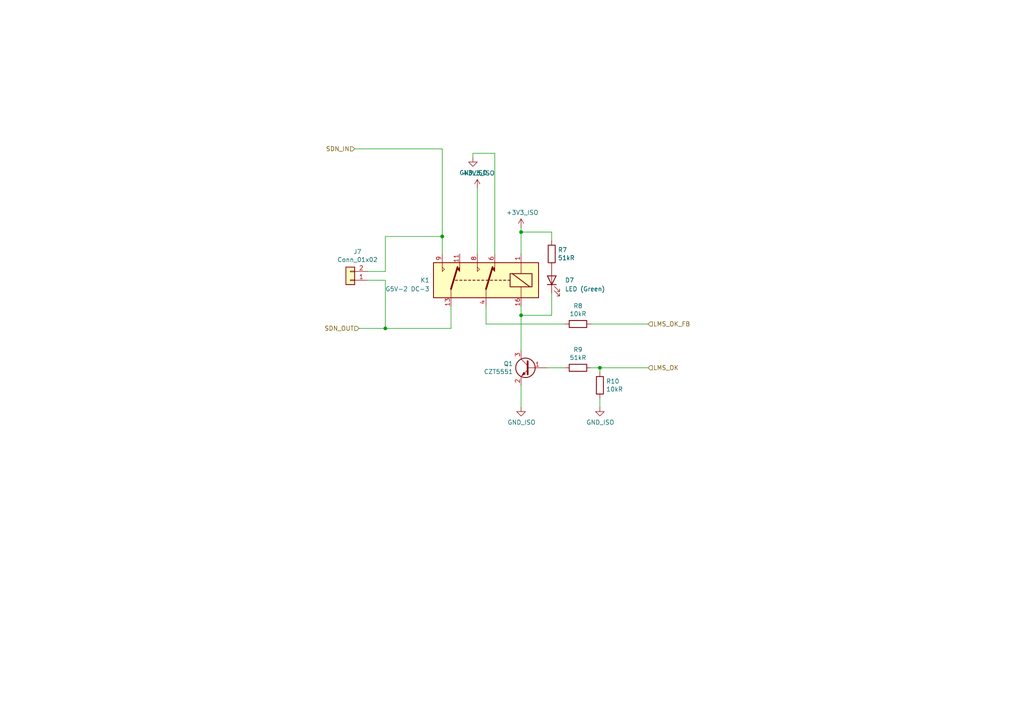
<source format=kicad_sch>
(kicad_sch (version 20211123) (generator eeschema)
  (paper "A4")
  (lib_symbols
    (symbol "+3V3_ISO_1" (power) (pin_names (offset 0))
      (property "Value" "+3V3_ISO_1" (at 0 3.556 0))
      (symbol "+3V3_ISO_1_0_1"
        (polyline (pts (xy -0.762 1.27) (xy 0 2.54)))
        (polyline (pts (xy 0 0) (xy 0 2.54)))
        (polyline (pts (xy 0 2.54) (xy 0.762 1.27)))
      )
      (symbol "+3V3_ISO_1_1_1"
        (pin power_in line (at 0 0 90) (length 0) hide (name "+3V3_ISO") (number "1"))
      )
    )
    (symbol "+3v3_iso:+3V3_ISO" (power) (pin_names (offset 0))
      (property "Value" "+3V3_ISO" (at 0 3.556 0))
      (symbol "+3V3_ISO_0_1"
        (polyline (pts (xy -0.762 1.27) (xy 0 2.54)))
        (polyline (pts (xy 0 0) (xy 0 2.54)))
        (polyline (pts (xy 0 2.54) (xy 0.762 1.27)))
      )
      (symbol "+3V3_ISO_1_1"
        (pin power_in line (at 0 0 90) (length 0) hide (name "+3V3_ISO") (number "1"))
      )
    )
    (symbol "Connector_Generic:Conn_01x02" (pin_names (offset 1.016) hide)
      (property "Reference" "J" (at 0 2.54 0))
      (property "Value" "Conn_01x02" (at 0 -5.08 0))
      (symbol "Conn_01x02_1_1"
        (rectangle (start -1.27 -2.413) (end 0 -2.667) (stroke (width 0.1524)))
        (rectangle (start -1.27 0.127) (end 0 -0.127) (stroke (width 0.1524)))
        (rectangle (start -1.27 1.27) (end 1.27 -3.81) (stroke (width 0.254)) (fill (type background)))
        (pin passive line (at -5.08 0 0) (length 3.81) (name "Pin_1") (number "1"))
        (pin passive line (at -5.08 -2.54 0) (length 3.81) (name "Pin_2") (number "2"))
      )
    )
    (symbol "Device:LED" (pin_numbers hide) (pin_names (offset 1.016) hide)
      (property "Reference" "D" (at 0 2.54 0))
      (property "Value" "LED" (at 0 -2.54 0))
      (symbol "LED_0_1"
        (polyline (pts (xy -1.27 -1.27) (xy -1.27 1.27)) (stroke (width 0.254)))
        (polyline (pts (xy -1.27 0) (xy 1.27 0)))
        (polyline (pts (xy 1.27 -1.27) (xy 1.27 1.27) (xy -1.27 0) (xy 1.27 -1.27)) (stroke (width 0.254)))
        (polyline (pts (xy -3.048 -0.762) (xy -4.572 -2.286) (xy -3.81 -2.286) (xy -4.572 -2.286) (xy -4.572 -1.524)))
        (polyline (pts (xy -1.778 -0.762) (xy -3.302 -2.286) (xy -2.54 -2.286) (xy -3.302 -2.286) (xy -3.302 -1.524)))
      )
      (symbol "LED_1_1"
        (pin passive line (at -3.81 0 0) (length 2.54) (name "K") (number "1"))
        (pin passive line (at 3.81 0 180) (length 2.54) (name "A") (number "2"))
      )
    )
    (symbol "Device:R" (pin_numbers hide) (pin_names (offset 0))
      (property "Reference" "R" (at 2.032 0 90))
      (property "Value" "R" (at 0 0 90))
      (symbol "R_0_1"
        (rectangle (start -1.016 -2.54) (end 1.016 2.54) (stroke (width 0.254)))
      )
      (symbol "R_1_1"
        (pin passive line (at 0 3.81 270) (length 1.27) (name "~") (number "1"))
        (pin passive line (at 0 -3.81 90) (length 1.27) (name "~") (number "2"))
      )
    )
    (symbol "GND_ISO_1" (power) (pin_names (offset 0))
      (property "Value" "GND_ISO_1" (at 0 -3.81 0))
      (symbol "GND_ISO_1_0_1"
        (polyline (pts (xy 0 0) (xy 0 -1.27) (xy 1.27 -1.27) (xy 0 -2.54) (xy -1.27 -1.27) (xy 0 -1.27)))
      )
      (symbol "GND_ISO_1_1_1"
        (pin power_in line (at 0 0 270) (length 0) hide (name "GND_ISO") (number "1"))
      )
    )
    (symbol "GND_ISO_2" (power) (pin_names (offset 0))
      (property "Value" "GND_ISO_2" (at 0 -3.81 0))
      (symbol "GND_ISO_2_0_1"
        (polyline (pts (xy 0 0) (xy 0 -1.27) (xy 1.27 -1.27) (xy 0 -2.54) (xy -1.27 -1.27) (xy 0 -1.27)))
      )
      (symbol "GND_ISO_2_1_1"
        (pin power_in line (at 0 0 270) (length 0) hide (name "GND_ISO") (number "1"))
      )
    )
    (symbol "Relay:G5V-2"
      (property "Reference" "K" (at 16.51 3.81 0))
      (property "Value" "G5V-2" (at 16.51 1.27 0))
      (symbol "G5V-2_0_1"
        (rectangle (start -15.24 5.08) (end 15.24 -5.08) (stroke (width 0.254)) (fill (type background)))
        (rectangle (start -13.335 1.905) (end -6.985 -1.905) (stroke (width 0.254)))
        (polyline (pts (xy -12.7 -1.905) (xy -7.62 1.905)) (stroke (width 0.254)))
        (polyline (pts (xy -10.16 -5.08) (xy -10.16 -1.905)))
        (polyline (pts (xy -10.16 5.08) (xy -10.16 1.905)))
        (polyline (pts (xy -6.985 0) (xy -6.35 0)) (stroke (width 0.254)))
        (polyline (pts (xy -5.715 0) (xy -5.08 0)) (stroke (width 0.254)))
        (polyline (pts (xy -4.445 0) (xy -3.81 0)) (stroke (width 0.254)))
        (polyline (pts (xy -3.175 0) (xy -2.54 0)) (stroke (width 0.254)))
        (polyline (pts (xy -1.905 0) (xy -1.27 0)) (stroke (width 0.254)))
        (polyline (pts (xy -0.635 0) (xy 0 0)) (stroke (width 0.254)))
        (polyline (pts (xy 0 -2.54) (xy -1.905 3.81)) (stroke (width 0.508)))
        (polyline (pts (xy 0 -2.54) (xy 0 -5.08)))
        (polyline (pts (xy 0.635 0) (xy 1.27 0)) (stroke (width 0.254)))
        (polyline (pts (xy 1.905 0) (xy 2.54 0)) (stroke (width 0.254)))
        (polyline (pts (xy 3.175 0) (xy 3.81 0)) (stroke (width 0.254)))
        (polyline (pts (xy 4.445 0) (xy 5.08 0)) (stroke (width 0.254)))
        (polyline (pts (xy 5.715 0) (xy 6.35 0)) (stroke (width 0.254)))
        (polyline (pts (xy 6.985 0) (xy 7.62 0)) (stroke (width 0.254)))
        (polyline (pts (xy 8.255 0) (xy 8.89 0)) (stroke (width 0.254)))
        (polyline (pts (xy 10.16 -2.54) (xy 8.255 3.81)) (stroke (width 0.508)))
        (polyline (pts (xy 10.16 -2.54) (xy 10.16 -5.08)))
        (polyline (pts (xy -2.54 5.08) (xy -2.54 2.54) (xy -1.905 3.175) (xy -2.54 3.81)) (fill (type outline)))
        (polyline (pts (xy 2.54 5.08) (xy 2.54 2.54) (xy 1.905 3.175) (xy 2.54 3.81)))
        (polyline (pts (xy 7.62 5.08) (xy 7.62 2.54) (xy 8.255 3.175) (xy 7.62 3.81)) (fill (type outline)))
        (polyline (pts (xy 12.7 5.08) (xy 12.7 2.54) (xy 12.065 3.175) (xy 12.7 3.81)))
      )
      (symbol "G5V-2_1_1"
        (pin passive line (at -10.16 7.62 270) (length 2.54) (name "~") (number "1"))
        (pin passive line (at 7.62 7.62 270) (length 2.54) (name "~") (number "11"))
        (pin passive line (at 10.16 -7.62 90) (length 2.54) (name "~") (number "13"))
        (pin passive line (at -10.16 -7.62 90) (length 2.54) (name "~") (number "16"))
        (pin passive line (at 0 -7.62 90) (length 2.54) (name "~") (number "4"))
        (pin passive line (at -2.54 7.62 270) (length 2.54) (name "~") (number "6"))
        (pin passive line (at 2.54 7.62 270) (length 2.54) (name "~") (number "8"))
        (pin passive line (at 12.7 7.62 270) (length 2.54) (name "~") (number "9"))
      )
    )
    (symbol "Transistor_BJT:BC817" (pin_names (offset 0) hide)
      (property "Reference" "Q" (at 5.08 1.905 0))
      (property "Value" "BC817" (at 5.08 0 0))
      (symbol "BC817_0_1"
        (polyline (pts (xy 0.635 0.635) (xy 2.54 2.54)))
        (polyline (pts (xy 0.635 -0.635) (xy 2.54 -2.54) (xy 2.54 -2.54)))
        (polyline (pts (xy 0.635 1.905) (xy 0.635 -1.905) (xy 0.635 -1.905)) (stroke (width 0.508)))
        (polyline (pts (xy 1.27 -1.778) (xy 1.778 -1.27) (xy 2.286 -2.286) (xy 1.27 -1.778) (xy 1.27 -1.778)) (fill (type outline)))
        (circle (center 1.27 0) (radius 2.8194) (stroke (width 0.254)))
      )
      (symbol "BC817_1_1"
        (pin input line (at -5.08 0 0) (length 5.715) (name "B") (number "1"))
        (pin passive line (at 2.54 -5.08 90) (length 2.54) (name "E") (number "2"))
        (pin passive line (at 2.54 5.08 270) (length 2.54) (name "C") (number "3"))
      )
    )
    (symbol "gnd_iso:GND_ISO" (power) (pin_names (offset 0))
      (property "Value" "GND_ISO" (at 0 -3.81 0))
      (symbol "GND_ISO_0_1"
        (polyline (pts (xy 0 0) (xy 0 -1.27) (xy 1.27 -1.27) (xy 0 -2.54) (xy -1.27 -1.27) (xy 0 -1.27)))
      )
      (symbol "GND_ISO_1_1"
        (pin power_in line (at 0 0 270) (length 0) hide (name "GND_ISO") (number "1"))
      )
    )
  )
  (junction (at 151.13 91.44))
  (junction (at 151.13 67.31))
  (junction (at 111.76 95.25))
  (junction (at 128.27 68.58))
  (junction (at 173.99 106.68))
  (wire (pts (xy 151.13 91.44) (xy 151.13 101.6)))
  (wire (pts (xy 163.83 93.98) (xy 140.97 93.98)))
  (wire (pts (xy 138.43 73.66) (xy 138.43 54.61)))
  (wire (pts (xy 111.76 78.74) (xy 111.76 68.58)))
  (wire (pts (xy 173.99 115.57) (xy 173.99 118.11)))
  (wire (pts (xy 151.13 88.9) (xy 151.13 91.44)))
  (wire (pts (xy 160.02 67.31) (xy 151.13 67.31)))
  (wire (pts (xy 173.99 106.68) (xy 187.96 106.68)))
  (wire (pts (xy 140.97 93.98) (xy 140.97 88.9)))
  (wire (pts (xy 173.99 106.68) (xy 173.99 107.95)))
  (wire (pts (xy 111.76 68.58) (xy 128.27 68.58)))
  (wire (pts (xy 111.76 95.25) (xy 130.81 95.25)))
  (wire (pts (xy 137.16 44.45) (xy 143.51 44.45)))
  (wire (pts (xy 151.13 67.31) (xy 151.13 73.66)))
  (wire (pts (xy 137.16 44.45) (xy 137.16 45.72)))
  (wire (pts (xy 102.87 43.18) (xy 128.27 43.18)))
  (wire (pts (xy 187.96 93.98) (xy 171.45 93.98)))
  (wire (pts (xy 106.68 81.28) (xy 111.76 81.28)))
  (wire (pts (xy 163.83 106.68) (xy 158.75 106.68)))
  (wire (pts (xy 128.27 68.58) (xy 128.27 73.66)))
  (wire (pts (xy 104.14 95.25) (xy 111.76 95.25)))
  (wire (pts (xy 160.02 85.09) (xy 160.02 91.44)))
  (wire (pts (xy 151.13 111.76) (xy 151.13 118.11)))
  (wire (pts (xy 130.81 88.9) (xy 130.81 95.25)))
  (wire (pts (xy 160.02 67.31) (xy 160.02 69.85)))
  (wire (pts (xy 171.45 106.68) (xy 173.99 106.68)))
  (wire (pts (xy 128.27 43.18) (xy 128.27 68.58)))
  (wire (pts (xy 151.13 66.04) (xy 151.13 67.31)))
  (wire (pts (xy 106.68 78.74) (xy 111.76 78.74)))
  (wire (pts (xy 143.51 44.45) (xy 143.51 73.66)))
  (wire (pts (xy 111.76 81.28) (xy 111.76 95.25)))
  (wire (pts (xy 151.13 91.44) (xy 160.02 91.44)))
  (hierarchical_label "SDN_OUT" (shape input) (at 104.14 95.25 180))
  (hierarchical_label "LMS_OK" (shape input) (at 187.96 106.68 0))
  (hierarchical_label "LMS_OK_FB" (shape input) (at 187.96 93.98 0))
  (hierarchical_label "SDN_IN" (shape input) (at 102.87 43.18 180))
  (symbol (lib_id "Transistor_BJT:BC817") (at 153.67 106.68 0) (mirror y) (unit 1)
    (property "Reference" "Q1" (at 148.8186 105.5116 0) (effects (justify left)))
    (property "Value" "CZT5551" (at 148.8186 107.823 0) (effects (justify left)))
    (property "Footprint" "Package_TO_SOT_SMD:SOT-223-3_TabPin2" (effects hide))
    (property "Datasheet" "https://www.onsemi.com/pub/Collateral/BC818-D.pdf" (effects hide))
    (property "Manufacturer" "Nexperia" (effects hide))
    (property "Mouser Part Number" "771-BC817-40-T/R" (effects hide))
    (property "Mouser URL" "https://au.mouser.com/ProductDetail/Nexperia/BC817-40215?qs=sGAEpiMZZMt46bMQRT2SLrMI6Lc%252BSQ0xVQ67Chgc3gU%3D" (effects hide))
    (property "Part Number" "BC817" (effects hide))
  )
  (symbol (lib_id "Device:R") (at 167.64 106.68 270) (unit 1)
    (property "Reference" "R9" (at 167.64 101.4222 90))
    (property "Value" "51kR" (at 167.64 103.7336 90))
    (property "Footprint" "Resistor_SMD:R_0603_1608Metric_Pad0.98x0.95mm_HandSolder" (effects hide))
    (property "Part Number" "-" (effects hide))
    (property "Manufacturer" "-" (effects hide))
  )
  (symbol (lib_id "Device:R") (at 173.99 111.76 180) (unit 1)
    (property "Reference" "R10" (at 175.768 110.5916 0) (effects (justify right)))
    (property "Value" "10kR" (at 175.768 112.903 0) (effects (justify right)))
    (property "Footprint" "Resistor_SMD:R_0603_1608Metric_Pad0.98x0.95mm_HandSolder" (effects hide))
    (property "Part Number" "-" (effects hide))
    (property "Manufacturer" "-" (effects hide))
  )
  (symbol (lib_id "Relay:G5V-2") (at 140.97 81.28 0) (mirror y) (unit 1)
    (property "Reference" "K1" (at 121.92 81.28 0) (effects (justify right)))
    (property "Value" "G5V-2 DC-3" (at 111.76 83.82 0) (effects (justify right)))
    (property "Footprint" "Relay_THT:Relay_DPDT_Omron_G5V-2" (effects hide))
    (property "Datasheet" "http://omronfs.omron.com/en_US/ecb/products/pdf/en-g5v_2.pdf" (effects hide))
    (property "Manufacturer" "Omron" (effects hide))
    (property "Mouser Part Number" "653-G5V-2-H1DC3" (effects hide))
    (property "Mouser URL" "https://au.mouser.com/ProductDetail/Omron-Electronics/G5V-2-H1-DC12?qs=SXIVkn%252Bm38kUovfCr9o1Dw%3D%3D" (effects hide))
    (property "Part Number" "G5V-2-H1 DC3" (effects hide))
  )
  (symbol (lib_id "+3v3_iso:+3V3_ISO") (at 138.43 54.61 0) (unit 1)
    (property "Reference" "#PWR021" (effects hide))
    (property "Value" "+3V3_ISO" (at 138.811 50.2158 0))
  )
  (symbol (lib_id "gnd_iso:GND_ISO") (at 151.13 118.11 0) (unit 1)
    (property "Reference" "#PWR023" (effects hide))
    (property "Value" "GND_ISO" (at 151.257 122.5042 0))
  )
  (symbol (lib_name "GND_ISO_1") (lib_id "gnd_iso:GND_ISO") (at 173.99 118.11 0) (unit 1)
    (property "Reference" "#PWR024" (effects hide))
    (property "Value" "GND_ISO" (at 174.117 122.5042 0))
  )
  (symbol (lib_id "Device:R") (at 167.64 93.98 270) (unit 1)
    (property "Reference" "R8" (at 167.64 88.7222 90))
    (property "Value" "10kR" (at 167.64 91.0336 90))
    (property "Footprint" "Resistor_SMD:R_0603_1608Metric_Pad0.98x0.95mm_HandSolder" (effects hide))
    (property "Part Number" "-" (effects hide))
    (property "Manufacturer" "-" (effects hide))
  )
  (symbol (lib_name "GND_ISO_2") (lib_id "gnd_iso:GND_ISO") (at 137.16 45.72 0) (unit 1)
    (property "Reference" "#PWR020" (effects hide))
    (property "Value" "GND_ISO" (at 137.287 50.1142 0))
  )
  (symbol (lib_name "+3V3_ISO_1") (lib_id "+3v3_iso:+3V3_ISO") (at 151.13 66.04 0) (unit 1)
    (property "Reference" "#PWR022" (effects hide))
    (property "Value" "+3V3_ISO" (at 151.511 61.6458 0))
  )
  (symbol (lib_id "Connector_Generic:Conn_01x02") (at 101.6 81.28 180) (unit 1)
    (property "Reference" "J7" (at 103.6828 73.025 0))
    (property "Value" "Conn_01x02" (at 103.6828 75.3364 0))
    (property "Footprint" "Connector_PinHeader_2.54mm:PinHeader_1x02_P2.54mm_Vertical" (effects hide))
    (property "Part Number" "-" (effects hide))
    (property "Manufacturer" "-" (effects hide))
  )
  (symbol (lib_id "Device:LED") (at 160.02 81.28 90) (unit 1)
    (property "Reference" "D7" (at 163.83 81.28 90) (effects (justify right)))
    (property "Value" "LED (Green)" (at 163.83 83.82 90) (effects (justify right)))
    (property "Footprint" "LED_SMD:LED_0805_2012Metric_Pad1.15x1.40mm_HandSolder" (effects hide))
    (property "Manufacturer" "AMS OSRAM" (effects hide))
    (property "Mouser Part Number" "720-LSR976-NR-1" (effects hide))
    (property "Mouser URL" "https://au.mouser.com/ProductDetail/ams-OSRAM/LS-R976-NR-1-0-20-R18?qs=sGAEpiMZZMt82OzCyDsLFGbrp1fQkD8H8bij58Oys9s%3D" (effects hide))
    (property "Part Number" "LS R976-NR-1-0-20-R18" (effects hide))
  )
  (symbol (lib_id "Device:R") (at 160.02 73.66 0) (unit 1)
    (property "Reference" "R7" (at 161.798 72.4916 0) (effects (justify left)))
    (property "Value" "51kR" (at 161.798 74.803 0) (effects (justify left)))
    (property "Footprint" "Resistor_SMD:R_0603_1608Metric_Pad0.98x0.95mm_HandSolder" (effects hide))
    (property "Part Number" "-" (effects hide))
    (property "Manufacturer" "-" (effects hide))
  )
)
</source>
